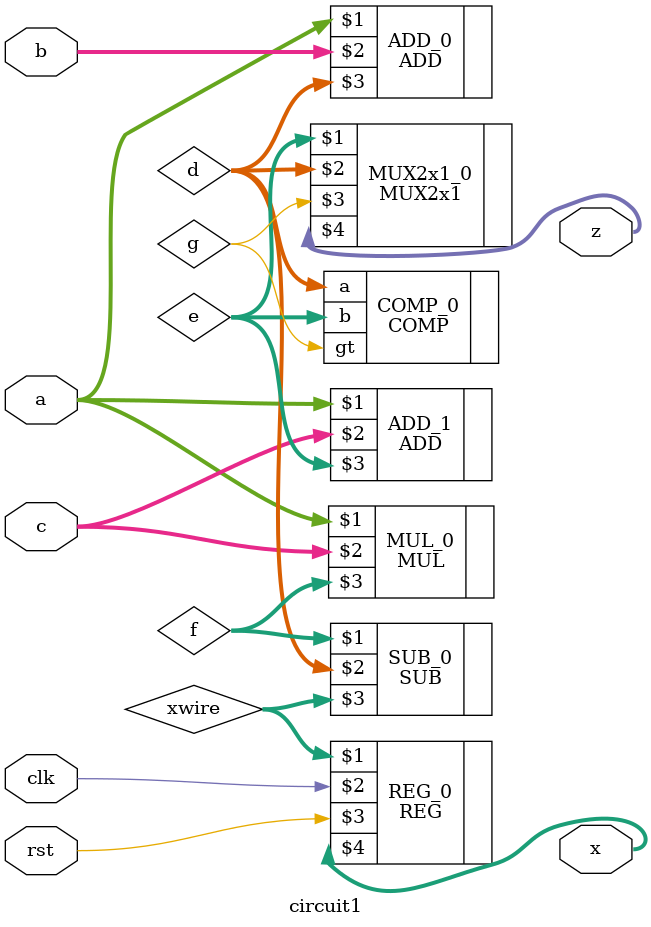
<source format=v>
`timescale 1ns / 1ps


module circuit1(a, b, c, clk, rst, z, x);
    input clk, rst;
    input [7:0] a, b, c;

    output [7:0] z;
    output [15:0] x;

    wire [7:0] d, e;
    wire [15:0] f, xwire;
    wire g;
    
    ADD     #(.DATAWIDTH(8))    ADD_0(a, b, d);
    ADD     #(.DATAWIDTH(8))    ADD_1(a, c, e);
    COMP    #(.DATAWIDTH(8))    COMP_0(.a(d), .b(e), .gt(g));
    MUX2x1  #(.DATAWIDTH(8))    MUX2x1_0(e, d, g, z);
    MUL     #(.DATAWIDTH (8))   MUL_0(a, c, f);
    SUB     #(.DATAWIDTH(16))   SUB_0(f, d, xwire);
    REG     #(.DATAWIDTH(16))   REG_0(xwire, clk, rst, x);
endmodule

</source>
